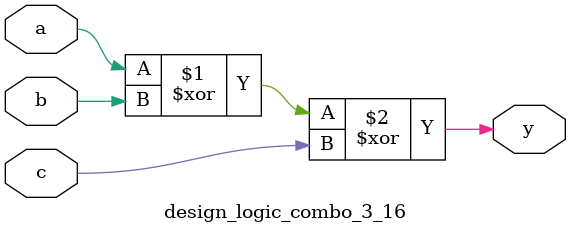
<source format=sv>
module design_logic_combo_3_16(input logic a,b,c, output logic y);
  assign y = (a ^ b) ^ c;
endmodule

</source>
